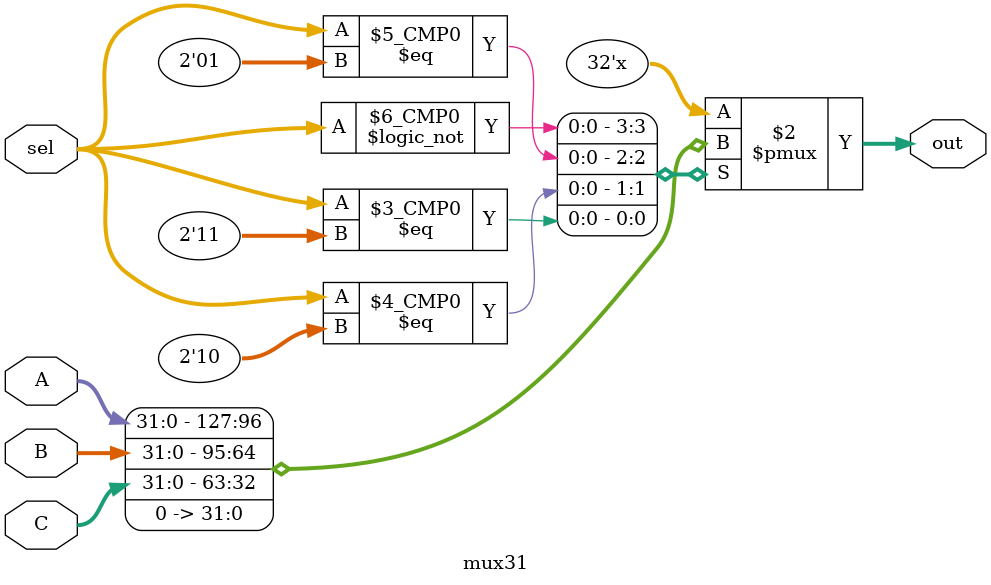
<source format=v>
module mux31 #(
    parameter width=32
) (
    input [width-1:0] A,B,C ,output reg [width-1:0] out,input [1:0] sel
);
    always @(*)
    begin
        case (sel)
            2'b00:  out= A;
            2'b01: out =B;
            2'b10: out =C;
            2'b11 : out= 0;
        endcase
    end

endmodule


</source>
